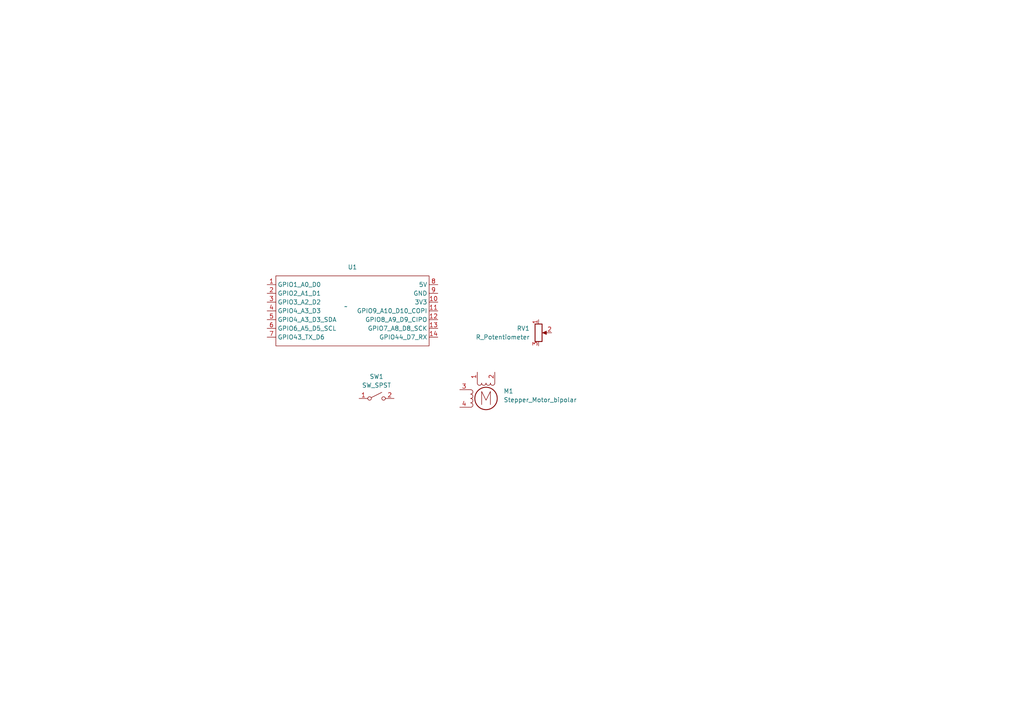
<source format=kicad_sch>
(kicad_sch (version 20230121) (generator eeschema)
  (paper "A4")
  (title_block (title "Stepper-motor PCB Demo") (date "2024-01-19") (rev "v1.0") (company "Bowen Zhao"))
  (lib_symbols
    (symbol "Demo:XIAO_ESP32_SENSE"
      (property "Reference" "U" (at 0 0 0))
      (symbol "XIAO_ESP32_SENSE_0_1"
        (polyline (pts (xy -20.32 8.89) (xy -20.32 -11.43) (xy 24.13 -11.43) (xy 24.13 8.89) (xy -20.32 8.89)))
      )
      (symbol "XIAO_ESP32_SENSE_1_1"
        (pin bidirectional line (at -22.86 6.35 0) (length 2.54) (name "GPIO1_A0_D0") (number "1"))
        (pin bidirectional line (at 26.67 1.27 180) (length 2.54) (name "3V3") (number "10"))
        (pin bidirectional line (at 26.67 -1.27 180) (length 2.54) (name "GPIO9_A10_D10_COPI") (number "11"))
        (pin bidirectional line (at 26.67 -3.81 180) (length 2.54) (name "GPIO8_A9_D9_CIPO") (number "12"))
        (pin bidirectional line (at 26.67 -6.35 180) (length 2.54) (name "GPIO7_A8_D8_SCK") (number "13"))
        (pin bidirectional line (at 26.67 -8.89 180) (length 2.54) (name "GPIO44_D7_RX") (number "14"))
        (pin bidirectional line (at -22.86 3.81 0) (length 2.54) (name "GPIO2_A1_D1") (number "2"))
        (pin bidirectional line (at -22.86 1.27 0) (length 2.54) (name "GPIO3_A2_D2") (number "3"))
        (pin bidirectional line (at -22.86 -1.27 0) (length 2.54) (name "GPIO4_A3_D3") (number "4"))
        (pin bidirectional line (at -22.86 -3.81 0) (length 2.54) (name "GPIO4_A3_D3_SDA") (number "5"))
        (pin bidirectional line (at -22.86 -6.35 0) (length 2.54) (name "GPIO6_A5_D5_SCL") (number "6"))
        (pin bidirectional line (at -22.86 -8.89 0) (length 2.54) (name "GPIO43_TX_D6") (number "7"))
        (pin bidirectional line (at 26.67 6.35 180) (length 2.54) (name "5V") (number "8"))
        (pin bidirectional line (at 26.67 3.81 180) (length 2.54) (name "GND") (number "9"))
      )
    )
    (symbol "Device:R_Potentiometer" (pin_names (offset 1.016) hide)
      (property "Reference" "RV" (at -4.445 0 90))
      (property "Value" "R_Potentiometer" (at -2.54 0 90))
      (symbol "R_Potentiometer_0_1"
        (polyline (pts (xy 2.54 0) (xy 1.524 0)))
        (polyline (pts (xy 1.143 0) (xy 2.286 0.508) (xy 2.286 -0.508) (xy 1.143 0)) (fill (type outline)))
        (rectangle (start 1.016 2.54) (end -1.016 -2.54) (stroke (width 0.254)))
      )
      (symbol "R_Potentiometer_1_1"
        (pin passive line (at 0 3.81 270) (length 1.27) (name "1") (number "1"))
        (pin passive line (at 3.81 0 180) (length 1.27) (name "2") (number "2"))
        (pin passive line (at 0 -3.81 90) (length 1.27) (name "3") (number "3"))
      )
    )
    (symbol "Motor:Stepper_Motor_bipolar" (pin_names (offset 0) hide)
      (property "Reference" "M" (at 3.81 2.54 0))
      (property "Value" "Stepper_Motor_bipolar" (at 3.81 1.27 0))
      (symbol "Stepper_Motor_bipolar_0_0"
        (polyline (pts (xy -1.27 -1.778) (xy -1.27 2.032) (xy 0 -0.508) (xy 1.27 2.032) (xy 1.27 -1.778)))
      )
      (symbol "Stepper_Motor_bipolar_0_1"
        (arc (start -4.445 -2.54) (mid -3.8127 -1.905) (end -4.445 -1.27))
        (arc (start -4.445 -1.27) (mid -3.8127 -0.635) (end -4.445 0))
        (arc (start -4.445 0) (mid -3.8127 0.635) (end -4.445 1.27))
        (arc (start -4.445 1.27) (mid -3.8127 1.905) (end -4.445 2.54))
        (arc (start -2.54 4.445) (mid -1.905 3.8127) (end -1.27 4.445))
        (arc (start -1.27 4.445) (mid -0.635 3.8127) (end 0 4.445))
        (polyline (pts (xy -5.08 -2.54) (xy -4.445 -2.54)))
        (polyline (pts (xy -5.08 2.54) (xy -4.445 2.54)))
        (polyline (pts (xy -2.54 5.08) (xy -2.54 4.445)))
        (polyline (pts (xy 2.54 5.08) (xy 2.54 4.445)))
        (circle (center 0 0) (radius 3.2512) (stroke (width 0.254)))
        (arc (start 0 4.445) (mid 0.635 3.8127) (end 1.27 4.445))
        (arc (start 1.27 4.445) (mid 1.905 3.8127) (end 2.54 4.445))
      )
      (symbol "Stepper_Motor_bipolar_1_1"
        (pin passive line (at -2.54 7.62 270) (length 2.54) (name "~") (number "1"))
        (pin passive line (at 2.54 7.62 270) (length 2.54) (name "-") (number "2"))
        (pin passive line (at -7.62 2.54 0) (length 2.54) (name "~") (number "3"))
        (pin passive line (at -7.62 -2.54 0) (length 2.54) (name "~") (number "4"))
      )
    )
    (symbol "Switch:SW_SPST" (pin_names (offset 0) hide)
      (property "Reference" "SW" (at 0 3.175 0))
      (property "Value" "SW_SPST" (at 0 -2.54 0))
      (symbol "SW_SPST_0_0"
        (circle (center -2.032 0) (radius 0.508))
        (polyline (pts (xy -1.524 0.254) (xy 1.524 1.778)))
        (circle (center 2.032 0) (radius 0.508))
      )
      (symbol "SW_SPST_1_1"
        (pin passive line (at -5.08 0 0) (length 2.54) (name "A") (number "1"))
        (pin passive line (at 5.08 0 180) (length 2.54) (name "B") (number "2"))
      )
    )
  )
  (symbol (lib_id "Device:R_Potentiometer") (at 156.21 96.52 0) (unit 1)
    (property "Reference" "RV1" (at 153.67 95.25 0) (effects (justify right)))
    (property "Value" "R_Potentiometer" (at 153.67 97.79 0) (effects (justify right)))
    (property "Footprint" "Potentiometer_THT:Potentiometer_Piher_T-16H_Single_Horizontal" (effects hide))
  )
  (symbol (lib_id "Motor:Stepper_Motor_bipolar") (at 140.97 115.57 0) (unit 1)
    (property "Reference" "M1" (at 146.05 113.4491 0) (effects (justify left)))
    (property "Value" "Stepper_Motor_bipolar" (at 146.05 115.9891 0) (effects (justify left)))
    (property "Footprint" "motor_demo:x27_stepper" (effects hide))
    (property "Datasheet" "http://www.infineon.com/dgdl/Application-Note-TLE8110EE_driving_UniPolarStepperMotor_V1.1.pdf?fileId=db3a30431be39b97011be5d0aa0a00b0" (effects hide))
  )
  (symbol (lib_id "Switch:SW_SPST") (at 109.22 115.57 0) (unit 1)
    (property "Reference" "SW1" (at 109.22 109.22 0))
    (property "Value" "SW_SPST" (at 109.22 111.76 0))
  )
  (symbol (lib_id "Demo:XIAO_ESP32_SENSE") (at 100.33 88.9 0) (unit 1)
    (property "Reference" "U1" (at 102.235 77.47 0))
    (property "Value" "~" (at 100.33 88.9 0))
    (property "Footprint" "esp32_demo:XIAO_ESP32_SENSE" (effects hide))
  )
)
</source>
